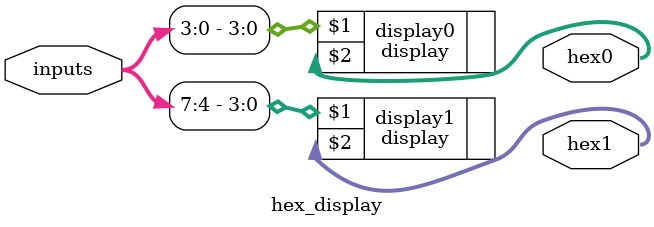
<source format=sv>
/**
 * @brief System for displaying two hexadecimal numbers 0 - F via hex displays.
 *        The number displayed on each display is entered in 4-bit binary form
 *        via four slide switches.
 *
 * @param[in] inputs Eight slide-switches used for entering two 4-bit numbers.
 * @param[out] hex1 The first hex display, controlled by inputs[7:4].
 * @param[out] hex0 The second hex display, controlled by inputs[3:0].
 */
module hex_display(input logic[7:0] inputs,
                   output logic[6:0] hex1, hex0);         
    // Implement hardware for hex1[6:0], which is controlled by inputs[7:4].  
    display display1(inputs[7:4], hex1);
    
    // Implement hardware for hex0[6:0], which is controlled by inputs[3:0].  
    display display0(inputs[3:0], hex0);
endmodule

</source>
